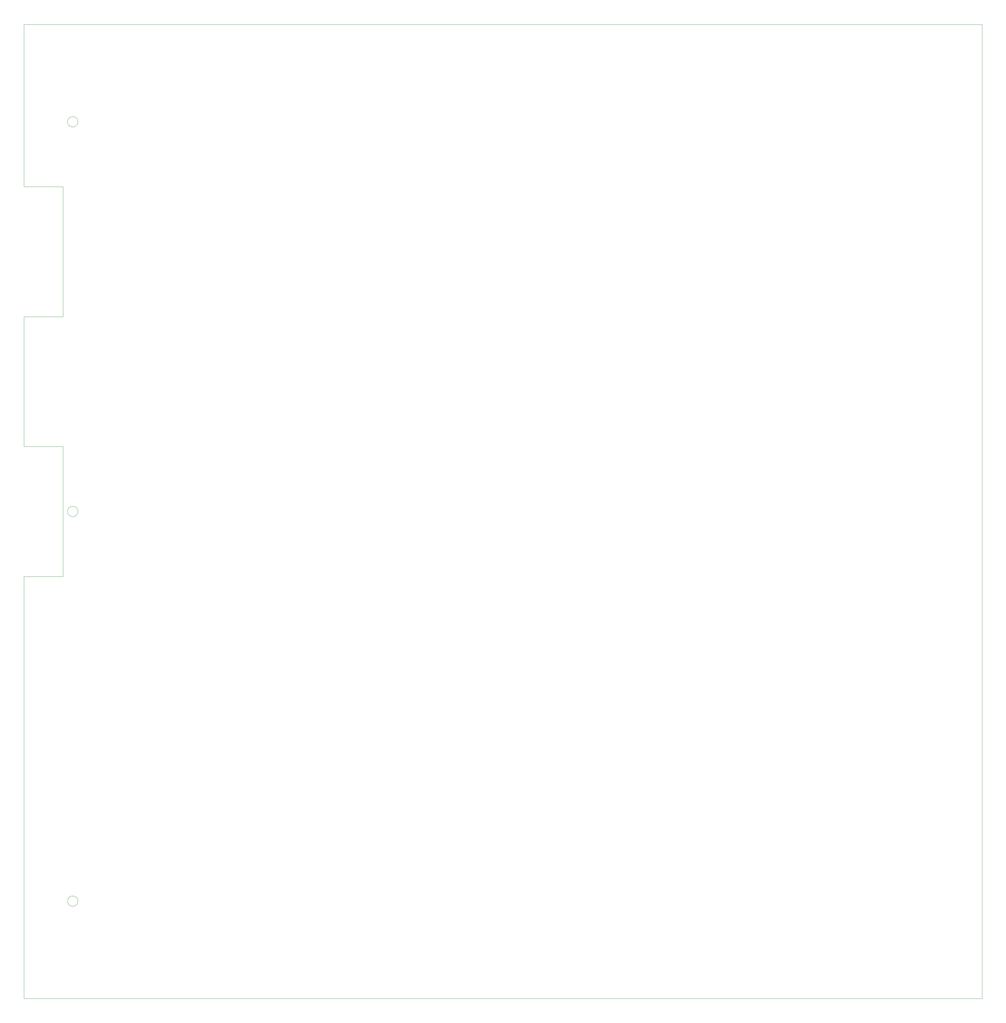
<source format=gbr>
%TF.GenerationSoftware,KiCad,Pcbnew,8.0.2-1*%
%TF.CreationDate,2024-06-21T16:13:16-04:00*%
%TF.ProjectId,EvenLayers_3.0mm_SiPM,4576656e-4c61-4796-9572-735f332e306d,rev?*%
%TF.SameCoordinates,Original*%
%TF.FileFunction,Profile,NP*%
%FSLAX46Y46*%
G04 Gerber Fmt 4.6, Leading zero omitted, Abs format (unit mm)*
G04 Created by KiCad (PCBNEW 8.0.2-1) date 2024-06-21 16:13:16*
%MOMM*%
%LPD*%
G01*
G04 APERTURE LIST*
%TA.AperFunction,Profile*%
%ADD10C,0.100000*%
%TD*%
%TA.AperFunction,Profile*%
%ADD11C,0.050000*%
%TD*%
G04 APERTURE END LIST*
D10*
X71600000Y-300000000D02*
G75*
G02*
X68400000Y-300000000I-1600000J0D01*
G01*
X68400000Y-300000000D02*
G75*
G02*
X71600000Y-300000000I1600000J0D01*
G01*
X71600000Y-60000000D02*
G75*
G02*
X68400000Y-60000000I-1600000J0D01*
G01*
X68400000Y-60000000D02*
G75*
G02*
X71600000Y-60000000I1600000J0D01*
G01*
D11*
X55000000Y-200000000D02*
X55000000Y-330000000D01*
X67000000Y-160000000D02*
X55000000Y-160000000D01*
X55000000Y-120000000D02*
X55000000Y-160000000D01*
X55000000Y-200000000D02*
X65000000Y-200000000D01*
X55000000Y-30000000D02*
X350000000Y-30000000D01*
X67000000Y-80000000D02*
X55000000Y-80000000D01*
X55000000Y-80000000D02*
X55000000Y-30000000D01*
D10*
X71600000Y-180000000D02*
G75*
G02*
X68400000Y-180000000I-1600000J0D01*
G01*
X68400000Y-180000000D02*
G75*
G02*
X71600000Y-180000000I1600000J0D01*
G01*
D11*
X55000000Y-120000000D02*
X67000000Y-120000000D01*
X67000000Y-120000000D02*
X67000000Y-80000000D01*
X350000000Y-30000000D02*
X350000000Y-330000000D01*
X67000000Y-200000000D02*
X65000000Y-200000000D01*
X67000000Y-200000000D02*
X67000000Y-160000000D01*
X350000000Y-330000000D02*
X55000000Y-330000000D01*
M02*

</source>
